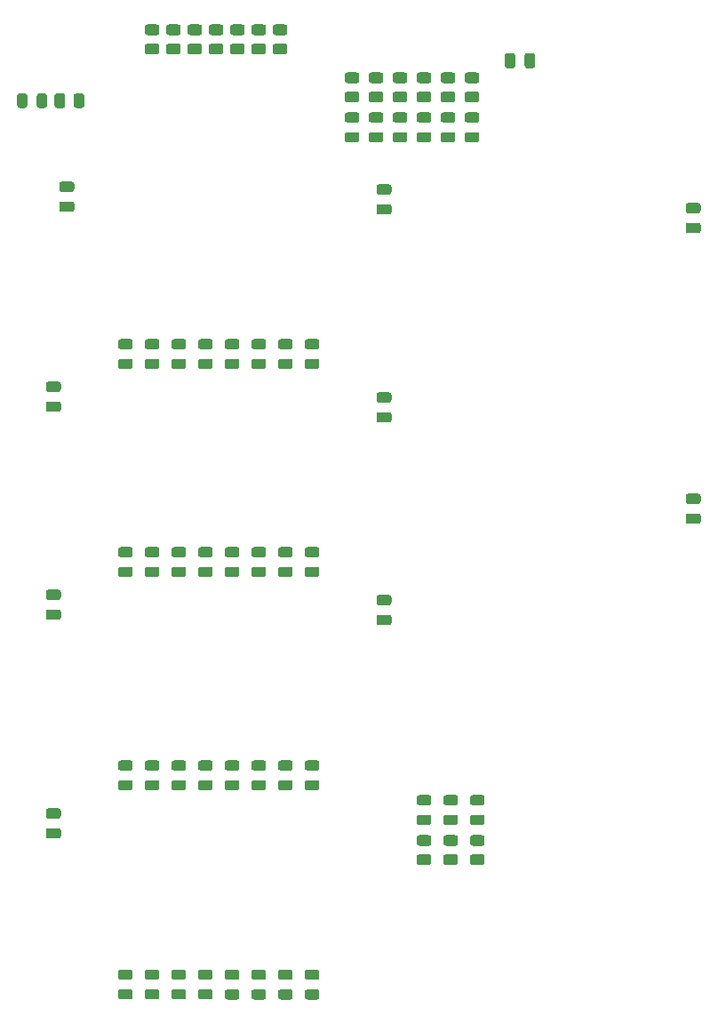
<source format=gbr>
%TF.GenerationSoftware,KiCad,Pcbnew,(5.1.10-1-10_14)*%
%TF.CreationDate,2021-07-31T09:22:51-04:00*%
%TF.ProjectId,register-smd,72656769-7374-4657-922d-736d642e6b69,rev?*%
%TF.SameCoordinates,Original*%
%TF.FileFunction,Paste,Top*%
%TF.FilePolarity,Positive*%
%FSLAX46Y46*%
G04 Gerber Fmt 4.6, Leading zero omitted, Abs format (unit mm)*
G04 Created by KiCad (PCBNEW (5.1.10-1-10_14)) date 2021-07-31 09:22:51*
%MOMM*%
%LPD*%
G01*
G04 APERTURE LIST*
G04 APERTURE END LIST*
%TO.C,R11*%
G36*
G01*
X112210001Y-90532000D02*
X111309999Y-90532000D01*
G75*
G02*
X111060000Y-90282001I0J249999D01*
G01*
X111060000Y-89756999D01*
G75*
G02*
X111309999Y-89507000I249999J0D01*
G01*
X112210001Y-89507000D01*
G75*
G02*
X112460000Y-89756999I0J-249999D01*
G01*
X112460000Y-90282001D01*
G75*
G02*
X112210001Y-90532000I-249999J0D01*
G01*
G37*
G36*
G01*
X112210001Y-92357000D02*
X111309999Y-92357000D01*
G75*
G02*
X111060000Y-92107001I0J249999D01*
G01*
X111060000Y-91581999D01*
G75*
G02*
X111309999Y-91332000I249999J0D01*
G01*
X112210001Y-91332000D01*
G75*
G02*
X112460000Y-91581999I0J-249999D01*
G01*
X112460000Y-92107001D01*
G75*
G02*
X112210001Y-92357000I-249999J0D01*
G01*
G37*
%TD*%
%TO.C,R10*%
G36*
G01*
X109924001Y-90532000D02*
X109023999Y-90532000D01*
G75*
G02*
X108774000Y-90282001I0J249999D01*
G01*
X108774000Y-89756999D01*
G75*
G02*
X109023999Y-89507000I249999J0D01*
G01*
X109924001Y-89507000D01*
G75*
G02*
X110174000Y-89756999I0J-249999D01*
G01*
X110174000Y-90282001D01*
G75*
G02*
X109924001Y-90532000I-249999J0D01*
G01*
G37*
G36*
G01*
X109924001Y-92357000D02*
X109023999Y-92357000D01*
G75*
G02*
X108774000Y-92107001I0J249999D01*
G01*
X108774000Y-91581999D01*
G75*
G02*
X109023999Y-91332000I249999J0D01*
G01*
X109924001Y-91332000D01*
G75*
G02*
X110174000Y-91581999I0J-249999D01*
G01*
X110174000Y-92107001D01*
G75*
G02*
X109924001Y-92357000I-249999J0D01*
G01*
G37*
%TD*%
%TO.C,D21*%
G36*
G01*
X111303750Y-95192000D02*
X112216250Y-95192000D01*
G75*
G02*
X112460000Y-95435750I0J-243750D01*
G01*
X112460000Y-95923250D01*
G75*
G02*
X112216250Y-96167000I-243750J0D01*
G01*
X111303750Y-96167000D01*
G75*
G02*
X111060000Y-95923250I0J243750D01*
G01*
X111060000Y-95435750D01*
G75*
G02*
X111303750Y-95192000I243750J0D01*
G01*
G37*
G36*
G01*
X111303750Y-93317000D02*
X112216250Y-93317000D01*
G75*
G02*
X112460000Y-93560750I0J-243750D01*
G01*
X112460000Y-94048250D01*
G75*
G02*
X112216250Y-94292000I-243750J0D01*
G01*
X111303750Y-94292000D01*
G75*
G02*
X111060000Y-94048250I0J243750D01*
G01*
X111060000Y-93560750D01*
G75*
G02*
X111303750Y-93317000I243750J0D01*
G01*
G37*
%TD*%
%TO.C,D20*%
G36*
G01*
X109025750Y-95192000D02*
X109938250Y-95192000D01*
G75*
G02*
X110182000Y-95435750I0J-243750D01*
G01*
X110182000Y-95923250D01*
G75*
G02*
X109938250Y-96167000I-243750J0D01*
G01*
X109025750Y-96167000D01*
G75*
G02*
X108782000Y-95923250I0J243750D01*
G01*
X108782000Y-95435750D01*
G75*
G02*
X109025750Y-95192000I243750J0D01*
G01*
G37*
G36*
G01*
X109025750Y-93317000D02*
X109938250Y-93317000D01*
G75*
G02*
X110182000Y-93560750I0J-243750D01*
G01*
X110182000Y-94048250D01*
G75*
G02*
X109938250Y-94292000I-243750J0D01*
G01*
X109025750Y-94292000D01*
G75*
G02*
X108782000Y-94048250I0J243750D01*
G01*
X108782000Y-93560750D01*
G75*
G02*
X109025750Y-93317000I243750J0D01*
G01*
G37*
%TD*%
%TO.C,D19*%
G36*
G01*
X88340250Y-115882000D02*
X87427750Y-115882000D01*
G75*
G02*
X87184000Y-115638250I0J243750D01*
G01*
X87184000Y-115150750D01*
G75*
G02*
X87427750Y-114907000I243750J0D01*
G01*
X88340250Y-114907000D01*
G75*
G02*
X88584000Y-115150750I0J-243750D01*
G01*
X88584000Y-115638250D01*
G75*
G02*
X88340250Y-115882000I-243750J0D01*
G01*
G37*
G36*
G01*
X88340250Y-117757000D02*
X87427750Y-117757000D01*
G75*
G02*
X87184000Y-117513250I0J243750D01*
G01*
X87184000Y-117025750D01*
G75*
G02*
X87427750Y-116782000I243750J0D01*
G01*
X88340250Y-116782000D01*
G75*
G02*
X88584000Y-117025750I0J-243750D01*
G01*
X88584000Y-117513250D01*
G75*
G02*
X88340250Y-117757000I-243750J0D01*
G01*
G37*
%TD*%
%TO.C,D18*%
G36*
G01*
X90880250Y-115882000D02*
X89967750Y-115882000D01*
G75*
G02*
X89724000Y-115638250I0J243750D01*
G01*
X89724000Y-115150750D01*
G75*
G02*
X89967750Y-114907000I243750J0D01*
G01*
X90880250Y-114907000D01*
G75*
G02*
X91124000Y-115150750I0J-243750D01*
G01*
X91124000Y-115638250D01*
G75*
G02*
X90880250Y-115882000I-243750J0D01*
G01*
G37*
G36*
G01*
X90880250Y-117757000D02*
X89967750Y-117757000D01*
G75*
G02*
X89724000Y-117513250I0J243750D01*
G01*
X89724000Y-117025750D01*
G75*
G02*
X89967750Y-116782000I243750J0D01*
G01*
X90880250Y-116782000D01*
G75*
G02*
X91124000Y-117025750I0J-243750D01*
G01*
X91124000Y-117513250D01*
G75*
G02*
X90880250Y-117757000I-243750J0D01*
G01*
G37*
%TD*%
%TO.C,D17*%
G36*
G01*
X93420250Y-115882000D02*
X92507750Y-115882000D01*
G75*
G02*
X92264000Y-115638250I0J243750D01*
G01*
X92264000Y-115150750D01*
G75*
G02*
X92507750Y-114907000I243750J0D01*
G01*
X93420250Y-114907000D01*
G75*
G02*
X93664000Y-115150750I0J-243750D01*
G01*
X93664000Y-115638250D01*
G75*
G02*
X93420250Y-115882000I-243750J0D01*
G01*
G37*
G36*
G01*
X93420250Y-117757000D02*
X92507750Y-117757000D01*
G75*
G02*
X92264000Y-117513250I0J243750D01*
G01*
X92264000Y-117025750D01*
G75*
G02*
X92507750Y-116782000I243750J0D01*
G01*
X93420250Y-116782000D01*
G75*
G02*
X93664000Y-117025750I0J-243750D01*
G01*
X93664000Y-117513250D01*
G75*
G02*
X93420250Y-117757000I-243750J0D01*
G01*
G37*
%TD*%
%TO.C,D16*%
G36*
G01*
X95960250Y-115882000D02*
X95047750Y-115882000D01*
G75*
G02*
X94804000Y-115638250I0J243750D01*
G01*
X94804000Y-115150750D01*
G75*
G02*
X95047750Y-114907000I243750J0D01*
G01*
X95960250Y-114907000D01*
G75*
G02*
X96204000Y-115150750I0J-243750D01*
G01*
X96204000Y-115638250D01*
G75*
G02*
X95960250Y-115882000I-243750J0D01*
G01*
G37*
G36*
G01*
X95960250Y-117757000D02*
X95047750Y-117757000D01*
G75*
G02*
X94804000Y-117513250I0J243750D01*
G01*
X94804000Y-117025750D01*
G75*
G02*
X95047750Y-116782000I243750J0D01*
G01*
X95960250Y-116782000D01*
G75*
G02*
X96204000Y-117025750I0J-243750D01*
G01*
X96204000Y-117513250D01*
G75*
G02*
X95960250Y-117757000I-243750J0D01*
G01*
G37*
%TD*%
%TO.C,D15*%
G36*
G01*
X98500250Y-115882000D02*
X97587750Y-115882000D01*
G75*
G02*
X97344000Y-115638250I0J243750D01*
G01*
X97344000Y-115150750D01*
G75*
G02*
X97587750Y-114907000I243750J0D01*
G01*
X98500250Y-114907000D01*
G75*
G02*
X98744000Y-115150750I0J-243750D01*
G01*
X98744000Y-115638250D01*
G75*
G02*
X98500250Y-115882000I-243750J0D01*
G01*
G37*
G36*
G01*
X98500250Y-117757000D02*
X97587750Y-117757000D01*
G75*
G02*
X97344000Y-117513250I0J243750D01*
G01*
X97344000Y-117025750D01*
G75*
G02*
X97587750Y-116782000I243750J0D01*
G01*
X98500250Y-116782000D01*
G75*
G02*
X98744000Y-117025750I0J-243750D01*
G01*
X98744000Y-117513250D01*
G75*
G02*
X98500250Y-117757000I-243750J0D01*
G01*
G37*
%TD*%
%TO.C,D14*%
G36*
G01*
X101040250Y-115882000D02*
X100127750Y-115882000D01*
G75*
G02*
X99884000Y-115638250I0J243750D01*
G01*
X99884000Y-115150750D01*
G75*
G02*
X100127750Y-114907000I243750J0D01*
G01*
X101040250Y-114907000D01*
G75*
G02*
X101284000Y-115150750I0J-243750D01*
G01*
X101284000Y-115638250D01*
G75*
G02*
X101040250Y-115882000I-243750J0D01*
G01*
G37*
G36*
G01*
X101040250Y-117757000D02*
X100127750Y-117757000D01*
G75*
G02*
X99884000Y-117513250I0J243750D01*
G01*
X99884000Y-117025750D01*
G75*
G02*
X100127750Y-116782000I243750J0D01*
G01*
X101040250Y-116782000D01*
G75*
G02*
X101284000Y-117025750I0J-243750D01*
G01*
X101284000Y-117513250D01*
G75*
G02*
X101040250Y-117757000I-243750J0D01*
G01*
G37*
%TD*%
%TO.C,D13*%
G36*
G01*
X103580250Y-115882000D02*
X102667750Y-115882000D01*
G75*
G02*
X102424000Y-115638250I0J243750D01*
G01*
X102424000Y-115150750D01*
G75*
G02*
X102667750Y-114907000I243750J0D01*
G01*
X103580250Y-114907000D01*
G75*
G02*
X103824000Y-115150750I0J-243750D01*
G01*
X103824000Y-115638250D01*
G75*
G02*
X103580250Y-115882000I-243750J0D01*
G01*
G37*
G36*
G01*
X103580250Y-117757000D02*
X102667750Y-117757000D01*
G75*
G02*
X102424000Y-117513250I0J243750D01*
G01*
X102424000Y-117025750D01*
G75*
G02*
X102667750Y-116782000I243750J0D01*
G01*
X103580250Y-116782000D01*
G75*
G02*
X103824000Y-117025750I0J-243750D01*
G01*
X103824000Y-117513250D01*
G75*
G02*
X103580250Y-117757000I-243750J0D01*
G01*
G37*
%TD*%
%TO.C,D12*%
G36*
G01*
X106120250Y-115882000D02*
X105207750Y-115882000D01*
G75*
G02*
X104964000Y-115638250I0J243750D01*
G01*
X104964000Y-115150750D01*
G75*
G02*
X105207750Y-114907000I243750J0D01*
G01*
X106120250Y-114907000D01*
G75*
G02*
X106364000Y-115150750I0J-243750D01*
G01*
X106364000Y-115638250D01*
G75*
G02*
X106120250Y-115882000I-243750J0D01*
G01*
G37*
G36*
G01*
X106120250Y-117757000D02*
X105207750Y-117757000D01*
G75*
G02*
X104964000Y-117513250I0J243750D01*
G01*
X104964000Y-117025750D01*
G75*
G02*
X105207750Y-116782000I243750J0D01*
G01*
X106120250Y-116782000D01*
G75*
G02*
X106364000Y-117025750I0J-243750D01*
G01*
X106364000Y-117513250D01*
G75*
G02*
X106120250Y-117757000I-243750J0D01*
G01*
G37*
%TD*%
%TO.C,R14*%
G36*
G01*
X116782001Y-90532000D02*
X115881999Y-90532000D01*
G75*
G02*
X115632000Y-90282001I0J249999D01*
G01*
X115632000Y-89756999D01*
G75*
G02*
X115881999Y-89507000I249999J0D01*
G01*
X116782001Y-89507000D01*
G75*
G02*
X117032000Y-89756999I0J-249999D01*
G01*
X117032000Y-90282001D01*
G75*
G02*
X116782001Y-90532000I-249999J0D01*
G01*
G37*
G36*
G01*
X116782001Y-92357000D02*
X115881999Y-92357000D01*
G75*
G02*
X115632000Y-92107001I0J249999D01*
G01*
X115632000Y-91581999D01*
G75*
G02*
X115881999Y-91332000I249999J0D01*
G01*
X116782001Y-91332000D01*
G75*
G02*
X117032000Y-91581999I0J-249999D01*
G01*
X117032000Y-92107001D01*
G75*
G02*
X116782001Y-92357000I-249999J0D01*
G01*
G37*
%TD*%
%TO.C,R13*%
G36*
G01*
X114496001Y-90532000D02*
X113595999Y-90532000D01*
G75*
G02*
X113346000Y-90282001I0J249999D01*
G01*
X113346000Y-89756999D01*
G75*
G02*
X113595999Y-89507000I249999J0D01*
G01*
X114496001Y-89507000D01*
G75*
G02*
X114746000Y-89756999I0J-249999D01*
G01*
X114746000Y-90282001D01*
G75*
G02*
X114496001Y-90532000I-249999J0D01*
G01*
G37*
G36*
G01*
X114496001Y-92357000D02*
X113595999Y-92357000D01*
G75*
G02*
X113346000Y-92107001I0J249999D01*
G01*
X113346000Y-91581999D01*
G75*
G02*
X113595999Y-91332000I249999J0D01*
G01*
X114496001Y-91332000D01*
G75*
G02*
X114746000Y-91581999I0J-249999D01*
G01*
X114746000Y-92107001D01*
G75*
G02*
X114496001Y-92357000I-249999J0D01*
G01*
G37*
%TD*%
%TO.C,D31*%
G36*
G01*
X115875750Y-95192000D02*
X116788250Y-95192000D01*
G75*
G02*
X117032000Y-95435750I0J-243750D01*
G01*
X117032000Y-95923250D01*
G75*
G02*
X116788250Y-96167000I-243750J0D01*
G01*
X115875750Y-96167000D01*
G75*
G02*
X115632000Y-95923250I0J243750D01*
G01*
X115632000Y-95435750D01*
G75*
G02*
X115875750Y-95192000I243750J0D01*
G01*
G37*
G36*
G01*
X115875750Y-93317000D02*
X116788250Y-93317000D01*
G75*
G02*
X117032000Y-93560750I0J-243750D01*
G01*
X117032000Y-94048250D01*
G75*
G02*
X116788250Y-94292000I-243750J0D01*
G01*
X115875750Y-94292000D01*
G75*
G02*
X115632000Y-94048250I0J243750D01*
G01*
X115632000Y-93560750D01*
G75*
G02*
X115875750Y-93317000I243750J0D01*
G01*
G37*
%TD*%
%TO.C,D30*%
G36*
G01*
X113589750Y-95192000D02*
X114502250Y-95192000D01*
G75*
G02*
X114746000Y-95435750I0J-243750D01*
G01*
X114746000Y-95923250D01*
G75*
G02*
X114502250Y-96167000I-243750J0D01*
G01*
X113589750Y-96167000D01*
G75*
G02*
X113346000Y-95923250I0J243750D01*
G01*
X113346000Y-95435750D01*
G75*
G02*
X113589750Y-95192000I243750J0D01*
G01*
G37*
G36*
G01*
X113589750Y-93317000D02*
X114502250Y-93317000D01*
G75*
G02*
X114746000Y-93560750I0J-243750D01*
G01*
X114746000Y-94048250D01*
G75*
G02*
X114502250Y-94292000I-243750J0D01*
G01*
X113589750Y-94292000D01*
G75*
G02*
X113346000Y-94048250I0J243750D01*
G01*
X113346000Y-93560750D01*
G75*
G02*
X113589750Y-93317000I243750J0D01*
G01*
G37*
%TD*%
%TO.C,D29*%
G36*
G01*
X88340250Y-135694000D02*
X87427750Y-135694000D01*
G75*
G02*
X87184000Y-135450250I0J243750D01*
G01*
X87184000Y-134962750D01*
G75*
G02*
X87427750Y-134719000I243750J0D01*
G01*
X88340250Y-134719000D01*
G75*
G02*
X88584000Y-134962750I0J-243750D01*
G01*
X88584000Y-135450250D01*
G75*
G02*
X88340250Y-135694000I-243750J0D01*
G01*
G37*
G36*
G01*
X88340250Y-137569000D02*
X87427750Y-137569000D01*
G75*
G02*
X87184000Y-137325250I0J243750D01*
G01*
X87184000Y-136837750D01*
G75*
G02*
X87427750Y-136594000I243750J0D01*
G01*
X88340250Y-136594000D01*
G75*
G02*
X88584000Y-136837750I0J-243750D01*
G01*
X88584000Y-137325250D01*
G75*
G02*
X88340250Y-137569000I-243750J0D01*
G01*
G37*
%TD*%
%TO.C,D28*%
G36*
G01*
X90880250Y-135694000D02*
X89967750Y-135694000D01*
G75*
G02*
X89724000Y-135450250I0J243750D01*
G01*
X89724000Y-134962750D01*
G75*
G02*
X89967750Y-134719000I243750J0D01*
G01*
X90880250Y-134719000D01*
G75*
G02*
X91124000Y-134962750I0J-243750D01*
G01*
X91124000Y-135450250D01*
G75*
G02*
X90880250Y-135694000I-243750J0D01*
G01*
G37*
G36*
G01*
X90880250Y-137569000D02*
X89967750Y-137569000D01*
G75*
G02*
X89724000Y-137325250I0J243750D01*
G01*
X89724000Y-136837750D01*
G75*
G02*
X89967750Y-136594000I243750J0D01*
G01*
X90880250Y-136594000D01*
G75*
G02*
X91124000Y-136837750I0J-243750D01*
G01*
X91124000Y-137325250D01*
G75*
G02*
X90880250Y-137569000I-243750J0D01*
G01*
G37*
%TD*%
%TO.C,D27*%
G36*
G01*
X93420250Y-135694000D02*
X92507750Y-135694000D01*
G75*
G02*
X92264000Y-135450250I0J243750D01*
G01*
X92264000Y-134962750D01*
G75*
G02*
X92507750Y-134719000I243750J0D01*
G01*
X93420250Y-134719000D01*
G75*
G02*
X93664000Y-134962750I0J-243750D01*
G01*
X93664000Y-135450250D01*
G75*
G02*
X93420250Y-135694000I-243750J0D01*
G01*
G37*
G36*
G01*
X93420250Y-137569000D02*
X92507750Y-137569000D01*
G75*
G02*
X92264000Y-137325250I0J243750D01*
G01*
X92264000Y-136837750D01*
G75*
G02*
X92507750Y-136594000I243750J0D01*
G01*
X93420250Y-136594000D01*
G75*
G02*
X93664000Y-136837750I0J-243750D01*
G01*
X93664000Y-137325250D01*
G75*
G02*
X93420250Y-137569000I-243750J0D01*
G01*
G37*
%TD*%
%TO.C,D26*%
G36*
G01*
X95960250Y-135694000D02*
X95047750Y-135694000D01*
G75*
G02*
X94804000Y-135450250I0J243750D01*
G01*
X94804000Y-134962750D01*
G75*
G02*
X95047750Y-134719000I243750J0D01*
G01*
X95960250Y-134719000D01*
G75*
G02*
X96204000Y-134962750I0J-243750D01*
G01*
X96204000Y-135450250D01*
G75*
G02*
X95960250Y-135694000I-243750J0D01*
G01*
G37*
G36*
G01*
X95960250Y-137569000D02*
X95047750Y-137569000D01*
G75*
G02*
X94804000Y-137325250I0J243750D01*
G01*
X94804000Y-136837750D01*
G75*
G02*
X95047750Y-136594000I243750J0D01*
G01*
X95960250Y-136594000D01*
G75*
G02*
X96204000Y-136837750I0J-243750D01*
G01*
X96204000Y-137325250D01*
G75*
G02*
X95960250Y-137569000I-243750J0D01*
G01*
G37*
%TD*%
%TO.C,D25*%
G36*
G01*
X98500250Y-135694000D02*
X97587750Y-135694000D01*
G75*
G02*
X97344000Y-135450250I0J243750D01*
G01*
X97344000Y-134962750D01*
G75*
G02*
X97587750Y-134719000I243750J0D01*
G01*
X98500250Y-134719000D01*
G75*
G02*
X98744000Y-134962750I0J-243750D01*
G01*
X98744000Y-135450250D01*
G75*
G02*
X98500250Y-135694000I-243750J0D01*
G01*
G37*
G36*
G01*
X98500250Y-137569000D02*
X97587750Y-137569000D01*
G75*
G02*
X97344000Y-137325250I0J243750D01*
G01*
X97344000Y-136837750D01*
G75*
G02*
X97587750Y-136594000I243750J0D01*
G01*
X98500250Y-136594000D01*
G75*
G02*
X98744000Y-136837750I0J-243750D01*
G01*
X98744000Y-137325250D01*
G75*
G02*
X98500250Y-137569000I-243750J0D01*
G01*
G37*
%TD*%
%TO.C,D24*%
G36*
G01*
X101040250Y-135694000D02*
X100127750Y-135694000D01*
G75*
G02*
X99884000Y-135450250I0J243750D01*
G01*
X99884000Y-134962750D01*
G75*
G02*
X100127750Y-134719000I243750J0D01*
G01*
X101040250Y-134719000D01*
G75*
G02*
X101284000Y-134962750I0J-243750D01*
G01*
X101284000Y-135450250D01*
G75*
G02*
X101040250Y-135694000I-243750J0D01*
G01*
G37*
G36*
G01*
X101040250Y-137569000D02*
X100127750Y-137569000D01*
G75*
G02*
X99884000Y-137325250I0J243750D01*
G01*
X99884000Y-136837750D01*
G75*
G02*
X100127750Y-136594000I243750J0D01*
G01*
X101040250Y-136594000D01*
G75*
G02*
X101284000Y-136837750I0J-243750D01*
G01*
X101284000Y-137325250D01*
G75*
G02*
X101040250Y-137569000I-243750J0D01*
G01*
G37*
%TD*%
%TO.C,D23*%
G36*
G01*
X103580250Y-135694000D02*
X102667750Y-135694000D01*
G75*
G02*
X102424000Y-135450250I0J243750D01*
G01*
X102424000Y-134962750D01*
G75*
G02*
X102667750Y-134719000I243750J0D01*
G01*
X103580250Y-134719000D01*
G75*
G02*
X103824000Y-134962750I0J-243750D01*
G01*
X103824000Y-135450250D01*
G75*
G02*
X103580250Y-135694000I-243750J0D01*
G01*
G37*
G36*
G01*
X103580250Y-137569000D02*
X102667750Y-137569000D01*
G75*
G02*
X102424000Y-137325250I0J243750D01*
G01*
X102424000Y-136837750D01*
G75*
G02*
X102667750Y-136594000I243750J0D01*
G01*
X103580250Y-136594000D01*
G75*
G02*
X103824000Y-136837750I0J-243750D01*
G01*
X103824000Y-137325250D01*
G75*
G02*
X103580250Y-137569000I-243750J0D01*
G01*
G37*
%TD*%
%TO.C,D22*%
G36*
G01*
X106120250Y-135694000D02*
X105207750Y-135694000D01*
G75*
G02*
X104964000Y-135450250I0J243750D01*
G01*
X104964000Y-134962750D01*
G75*
G02*
X105207750Y-134719000I243750J0D01*
G01*
X106120250Y-134719000D01*
G75*
G02*
X106364000Y-134962750I0J-243750D01*
G01*
X106364000Y-135450250D01*
G75*
G02*
X106120250Y-135694000I-243750J0D01*
G01*
G37*
G36*
G01*
X106120250Y-137569000D02*
X105207750Y-137569000D01*
G75*
G02*
X104964000Y-137325250I0J243750D01*
G01*
X104964000Y-136837750D01*
G75*
G02*
X105207750Y-136594000I243750J0D01*
G01*
X106120250Y-136594000D01*
G75*
G02*
X106364000Y-136837750I0J-243750D01*
G01*
X106364000Y-137325250D01*
G75*
G02*
X106120250Y-137569000I-243750J0D01*
G01*
G37*
%TD*%
%TO.C,R17*%
G36*
G01*
X81125000Y-92652001D02*
X81125000Y-91751999D01*
G75*
G02*
X81374999Y-91502000I249999J0D01*
G01*
X81900001Y-91502000D01*
G75*
G02*
X82150000Y-91751999I0J-249999D01*
G01*
X82150000Y-92652001D01*
G75*
G02*
X81900001Y-92902000I-249999J0D01*
G01*
X81374999Y-92902000D01*
G75*
G02*
X81125000Y-92652001I0J249999D01*
G01*
G37*
G36*
G01*
X82950000Y-92652001D02*
X82950000Y-91751999D01*
G75*
G02*
X83199999Y-91502000I249999J0D01*
G01*
X83725001Y-91502000D01*
G75*
G02*
X83975000Y-91751999I0J-249999D01*
G01*
X83975000Y-92652001D01*
G75*
G02*
X83725001Y-92902000I-249999J0D01*
G01*
X83199999Y-92902000D01*
G75*
G02*
X82950000Y-92652001I0J249999D01*
G01*
G37*
%TD*%
%TO.C,R16*%
G36*
G01*
X121354001Y-90532000D02*
X120453999Y-90532000D01*
G75*
G02*
X120204000Y-90282001I0J249999D01*
G01*
X120204000Y-89756999D01*
G75*
G02*
X120453999Y-89507000I249999J0D01*
G01*
X121354001Y-89507000D01*
G75*
G02*
X121604000Y-89756999I0J-249999D01*
G01*
X121604000Y-90282001D01*
G75*
G02*
X121354001Y-90532000I-249999J0D01*
G01*
G37*
G36*
G01*
X121354001Y-92357000D02*
X120453999Y-92357000D01*
G75*
G02*
X120204000Y-92107001I0J249999D01*
G01*
X120204000Y-91581999D01*
G75*
G02*
X120453999Y-91332000I249999J0D01*
G01*
X121354001Y-91332000D01*
G75*
G02*
X121604000Y-91581999I0J-249999D01*
G01*
X121604000Y-92107001D01*
G75*
G02*
X121354001Y-92357000I-249999J0D01*
G01*
G37*
%TD*%
%TO.C,R15*%
G36*
G01*
X119068001Y-90532000D02*
X118167999Y-90532000D01*
G75*
G02*
X117918000Y-90282001I0J249999D01*
G01*
X117918000Y-89756999D01*
G75*
G02*
X118167999Y-89507000I249999J0D01*
G01*
X119068001Y-89507000D01*
G75*
G02*
X119318000Y-89756999I0J-249999D01*
G01*
X119318000Y-90282001D01*
G75*
G02*
X119068001Y-90532000I-249999J0D01*
G01*
G37*
G36*
G01*
X119068001Y-92357000D02*
X118167999Y-92357000D01*
G75*
G02*
X117918000Y-92107001I0J249999D01*
G01*
X117918000Y-91581999D01*
G75*
G02*
X118167999Y-91332000I249999J0D01*
G01*
X119068001Y-91332000D01*
G75*
G02*
X119318000Y-91581999I0J-249999D01*
G01*
X119318000Y-92107001D01*
G75*
G02*
X119068001Y-92357000I-249999J0D01*
G01*
G37*
%TD*%
%TO.C,D42*%
G36*
G01*
X80419000Y-91745750D02*
X80419000Y-92658250D01*
G75*
G02*
X80175250Y-92902000I-243750J0D01*
G01*
X79687750Y-92902000D01*
G75*
G02*
X79444000Y-92658250I0J243750D01*
G01*
X79444000Y-91745750D01*
G75*
G02*
X79687750Y-91502000I243750J0D01*
G01*
X80175250Y-91502000D01*
G75*
G02*
X80419000Y-91745750I0J-243750D01*
G01*
G37*
G36*
G01*
X78544000Y-91745750D02*
X78544000Y-92658250D01*
G75*
G02*
X78300250Y-92902000I-243750J0D01*
G01*
X77812750Y-92902000D01*
G75*
G02*
X77569000Y-92658250I0J243750D01*
G01*
X77569000Y-91745750D01*
G75*
G02*
X77812750Y-91502000I243750J0D01*
G01*
X78300250Y-91502000D01*
G75*
G02*
X78544000Y-91745750I0J-243750D01*
G01*
G37*
%TD*%
%TO.C,D41*%
G36*
G01*
X120447750Y-95192000D02*
X121360250Y-95192000D01*
G75*
G02*
X121604000Y-95435750I0J-243750D01*
G01*
X121604000Y-95923250D01*
G75*
G02*
X121360250Y-96167000I-243750J0D01*
G01*
X120447750Y-96167000D01*
G75*
G02*
X120204000Y-95923250I0J243750D01*
G01*
X120204000Y-95435750D01*
G75*
G02*
X120447750Y-95192000I243750J0D01*
G01*
G37*
G36*
G01*
X120447750Y-93317000D02*
X121360250Y-93317000D01*
G75*
G02*
X121604000Y-93560750I0J-243750D01*
G01*
X121604000Y-94048250D01*
G75*
G02*
X121360250Y-94292000I-243750J0D01*
G01*
X120447750Y-94292000D01*
G75*
G02*
X120204000Y-94048250I0J243750D01*
G01*
X120204000Y-93560750D01*
G75*
G02*
X120447750Y-93317000I243750J0D01*
G01*
G37*
%TD*%
%TO.C,D40*%
G36*
G01*
X118161750Y-95192000D02*
X119074250Y-95192000D01*
G75*
G02*
X119318000Y-95435750I0J-243750D01*
G01*
X119318000Y-95923250D01*
G75*
G02*
X119074250Y-96167000I-243750J0D01*
G01*
X118161750Y-96167000D01*
G75*
G02*
X117918000Y-95923250I0J243750D01*
G01*
X117918000Y-95435750D01*
G75*
G02*
X118161750Y-95192000I243750J0D01*
G01*
G37*
G36*
G01*
X118161750Y-93317000D02*
X119074250Y-93317000D01*
G75*
G02*
X119318000Y-93560750I0J-243750D01*
G01*
X119318000Y-94048250D01*
G75*
G02*
X119074250Y-94292000I-243750J0D01*
G01*
X118161750Y-94292000D01*
G75*
G02*
X117918000Y-94048250I0J243750D01*
G01*
X117918000Y-93560750D01*
G75*
G02*
X118161750Y-93317000I243750J0D01*
G01*
G37*
%TD*%
%TO.C,D39*%
G36*
G01*
X88340250Y-156014000D02*
X87427750Y-156014000D01*
G75*
G02*
X87184000Y-155770250I0J243750D01*
G01*
X87184000Y-155282750D01*
G75*
G02*
X87427750Y-155039000I243750J0D01*
G01*
X88340250Y-155039000D01*
G75*
G02*
X88584000Y-155282750I0J-243750D01*
G01*
X88584000Y-155770250D01*
G75*
G02*
X88340250Y-156014000I-243750J0D01*
G01*
G37*
G36*
G01*
X88340250Y-157889000D02*
X87427750Y-157889000D01*
G75*
G02*
X87184000Y-157645250I0J243750D01*
G01*
X87184000Y-157157750D01*
G75*
G02*
X87427750Y-156914000I243750J0D01*
G01*
X88340250Y-156914000D01*
G75*
G02*
X88584000Y-157157750I0J-243750D01*
G01*
X88584000Y-157645250D01*
G75*
G02*
X88340250Y-157889000I-243750J0D01*
G01*
G37*
%TD*%
%TO.C,D38*%
G36*
G01*
X90880250Y-156014000D02*
X89967750Y-156014000D01*
G75*
G02*
X89724000Y-155770250I0J243750D01*
G01*
X89724000Y-155282750D01*
G75*
G02*
X89967750Y-155039000I243750J0D01*
G01*
X90880250Y-155039000D01*
G75*
G02*
X91124000Y-155282750I0J-243750D01*
G01*
X91124000Y-155770250D01*
G75*
G02*
X90880250Y-156014000I-243750J0D01*
G01*
G37*
G36*
G01*
X90880250Y-157889000D02*
X89967750Y-157889000D01*
G75*
G02*
X89724000Y-157645250I0J243750D01*
G01*
X89724000Y-157157750D01*
G75*
G02*
X89967750Y-156914000I243750J0D01*
G01*
X90880250Y-156914000D01*
G75*
G02*
X91124000Y-157157750I0J-243750D01*
G01*
X91124000Y-157645250D01*
G75*
G02*
X90880250Y-157889000I-243750J0D01*
G01*
G37*
%TD*%
%TO.C,D37*%
G36*
G01*
X93420250Y-156014000D02*
X92507750Y-156014000D01*
G75*
G02*
X92264000Y-155770250I0J243750D01*
G01*
X92264000Y-155282750D01*
G75*
G02*
X92507750Y-155039000I243750J0D01*
G01*
X93420250Y-155039000D01*
G75*
G02*
X93664000Y-155282750I0J-243750D01*
G01*
X93664000Y-155770250D01*
G75*
G02*
X93420250Y-156014000I-243750J0D01*
G01*
G37*
G36*
G01*
X93420250Y-157889000D02*
X92507750Y-157889000D01*
G75*
G02*
X92264000Y-157645250I0J243750D01*
G01*
X92264000Y-157157750D01*
G75*
G02*
X92507750Y-156914000I243750J0D01*
G01*
X93420250Y-156914000D01*
G75*
G02*
X93664000Y-157157750I0J-243750D01*
G01*
X93664000Y-157645250D01*
G75*
G02*
X93420250Y-157889000I-243750J0D01*
G01*
G37*
%TD*%
%TO.C,D36*%
G36*
G01*
X95960250Y-156014000D02*
X95047750Y-156014000D01*
G75*
G02*
X94804000Y-155770250I0J243750D01*
G01*
X94804000Y-155282750D01*
G75*
G02*
X95047750Y-155039000I243750J0D01*
G01*
X95960250Y-155039000D01*
G75*
G02*
X96204000Y-155282750I0J-243750D01*
G01*
X96204000Y-155770250D01*
G75*
G02*
X95960250Y-156014000I-243750J0D01*
G01*
G37*
G36*
G01*
X95960250Y-157889000D02*
X95047750Y-157889000D01*
G75*
G02*
X94804000Y-157645250I0J243750D01*
G01*
X94804000Y-157157750D01*
G75*
G02*
X95047750Y-156914000I243750J0D01*
G01*
X95960250Y-156914000D01*
G75*
G02*
X96204000Y-157157750I0J-243750D01*
G01*
X96204000Y-157645250D01*
G75*
G02*
X95960250Y-157889000I-243750J0D01*
G01*
G37*
%TD*%
%TO.C,D35*%
G36*
G01*
X98500250Y-156014000D02*
X97587750Y-156014000D01*
G75*
G02*
X97344000Y-155770250I0J243750D01*
G01*
X97344000Y-155282750D01*
G75*
G02*
X97587750Y-155039000I243750J0D01*
G01*
X98500250Y-155039000D01*
G75*
G02*
X98744000Y-155282750I0J-243750D01*
G01*
X98744000Y-155770250D01*
G75*
G02*
X98500250Y-156014000I-243750J0D01*
G01*
G37*
G36*
G01*
X98500250Y-157889000D02*
X97587750Y-157889000D01*
G75*
G02*
X97344000Y-157645250I0J243750D01*
G01*
X97344000Y-157157750D01*
G75*
G02*
X97587750Y-156914000I243750J0D01*
G01*
X98500250Y-156914000D01*
G75*
G02*
X98744000Y-157157750I0J-243750D01*
G01*
X98744000Y-157645250D01*
G75*
G02*
X98500250Y-157889000I-243750J0D01*
G01*
G37*
%TD*%
%TO.C,D34*%
G36*
G01*
X101040250Y-156014000D02*
X100127750Y-156014000D01*
G75*
G02*
X99884000Y-155770250I0J243750D01*
G01*
X99884000Y-155282750D01*
G75*
G02*
X100127750Y-155039000I243750J0D01*
G01*
X101040250Y-155039000D01*
G75*
G02*
X101284000Y-155282750I0J-243750D01*
G01*
X101284000Y-155770250D01*
G75*
G02*
X101040250Y-156014000I-243750J0D01*
G01*
G37*
G36*
G01*
X101040250Y-157889000D02*
X100127750Y-157889000D01*
G75*
G02*
X99884000Y-157645250I0J243750D01*
G01*
X99884000Y-157157750D01*
G75*
G02*
X100127750Y-156914000I243750J0D01*
G01*
X101040250Y-156914000D01*
G75*
G02*
X101284000Y-157157750I0J-243750D01*
G01*
X101284000Y-157645250D01*
G75*
G02*
X101040250Y-157889000I-243750J0D01*
G01*
G37*
%TD*%
%TO.C,D33*%
G36*
G01*
X103580250Y-156014000D02*
X102667750Y-156014000D01*
G75*
G02*
X102424000Y-155770250I0J243750D01*
G01*
X102424000Y-155282750D01*
G75*
G02*
X102667750Y-155039000I243750J0D01*
G01*
X103580250Y-155039000D01*
G75*
G02*
X103824000Y-155282750I0J-243750D01*
G01*
X103824000Y-155770250D01*
G75*
G02*
X103580250Y-156014000I-243750J0D01*
G01*
G37*
G36*
G01*
X103580250Y-157889000D02*
X102667750Y-157889000D01*
G75*
G02*
X102424000Y-157645250I0J243750D01*
G01*
X102424000Y-157157750D01*
G75*
G02*
X102667750Y-156914000I243750J0D01*
G01*
X103580250Y-156914000D01*
G75*
G02*
X103824000Y-157157750I0J-243750D01*
G01*
X103824000Y-157645250D01*
G75*
G02*
X103580250Y-157889000I-243750J0D01*
G01*
G37*
%TD*%
%TO.C,D32*%
G36*
G01*
X106120250Y-156014000D02*
X105207750Y-156014000D01*
G75*
G02*
X104964000Y-155770250I0J243750D01*
G01*
X104964000Y-155282750D01*
G75*
G02*
X105207750Y-155039000I243750J0D01*
G01*
X106120250Y-155039000D01*
G75*
G02*
X106364000Y-155282750I0J-243750D01*
G01*
X106364000Y-155770250D01*
G75*
G02*
X106120250Y-156014000I-243750J0D01*
G01*
G37*
G36*
G01*
X106120250Y-157889000D02*
X105207750Y-157889000D01*
G75*
G02*
X104964000Y-157645250I0J243750D01*
G01*
X104964000Y-157157750D01*
G75*
G02*
X105207750Y-156914000I243750J0D01*
G01*
X106120250Y-156914000D01*
G75*
G02*
X106364000Y-157157750I0J-243750D01*
G01*
X106364000Y-157645250D01*
G75*
G02*
X106120250Y-157889000I-243750J0D01*
G01*
G37*
%TD*%
%TO.C,R9*%
G36*
G01*
X115881999Y-163976000D02*
X116782001Y-163976000D01*
G75*
G02*
X117032000Y-164225999I0J-249999D01*
G01*
X117032000Y-164751001D01*
G75*
G02*
X116782001Y-165001000I-249999J0D01*
G01*
X115881999Y-165001000D01*
G75*
G02*
X115632000Y-164751001I0J249999D01*
G01*
X115632000Y-164225999D01*
G75*
G02*
X115881999Y-163976000I249999J0D01*
G01*
G37*
G36*
G01*
X115881999Y-162151000D02*
X116782001Y-162151000D01*
G75*
G02*
X117032000Y-162400999I0J-249999D01*
G01*
X117032000Y-162926001D01*
G75*
G02*
X116782001Y-163176000I-249999J0D01*
G01*
X115881999Y-163176000D01*
G75*
G02*
X115632000Y-162926001I0J249999D01*
G01*
X115632000Y-162400999D01*
G75*
G02*
X115881999Y-162151000I249999J0D01*
G01*
G37*
%TD*%
%TO.C,R8*%
G36*
G01*
X120961999Y-163976000D02*
X121862001Y-163976000D01*
G75*
G02*
X122112000Y-164225999I0J-249999D01*
G01*
X122112000Y-164751001D01*
G75*
G02*
X121862001Y-165001000I-249999J0D01*
G01*
X120961999Y-165001000D01*
G75*
G02*
X120712000Y-164751001I0J249999D01*
G01*
X120712000Y-164225999D01*
G75*
G02*
X120961999Y-163976000I249999J0D01*
G01*
G37*
G36*
G01*
X120961999Y-162151000D02*
X121862001Y-162151000D01*
G75*
G02*
X122112000Y-162400999I0J-249999D01*
G01*
X122112000Y-162926001D01*
G75*
G02*
X121862001Y-163176000I-249999J0D01*
G01*
X120961999Y-163176000D01*
G75*
G02*
X120712000Y-162926001I0J249999D01*
G01*
X120712000Y-162400999D01*
G75*
G02*
X120961999Y-162151000I249999J0D01*
G01*
G37*
%TD*%
%TO.C,R7*%
G36*
G01*
X118421999Y-163976000D02*
X119322001Y-163976000D01*
G75*
G02*
X119572000Y-164225999I0J-249999D01*
G01*
X119572000Y-164751001D01*
G75*
G02*
X119322001Y-165001000I-249999J0D01*
G01*
X118421999Y-165001000D01*
G75*
G02*
X118172000Y-164751001I0J249999D01*
G01*
X118172000Y-164225999D01*
G75*
G02*
X118421999Y-163976000I249999J0D01*
G01*
G37*
G36*
G01*
X118421999Y-162151000D02*
X119322001Y-162151000D01*
G75*
G02*
X119572000Y-162400999I0J-249999D01*
G01*
X119572000Y-162926001D01*
G75*
G02*
X119322001Y-163176000I-249999J0D01*
G01*
X118421999Y-163176000D01*
G75*
G02*
X118172000Y-162926001I0J249999D01*
G01*
X118172000Y-162400999D01*
G75*
G02*
X118421999Y-162151000I249999J0D01*
G01*
G37*
%TD*%
%TO.C,D11*%
G36*
G01*
X116788250Y-159316000D02*
X115875750Y-159316000D01*
G75*
G02*
X115632000Y-159072250I0J243750D01*
G01*
X115632000Y-158584750D01*
G75*
G02*
X115875750Y-158341000I243750J0D01*
G01*
X116788250Y-158341000D01*
G75*
G02*
X117032000Y-158584750I0J-243750D01*
G01*
X117032000Y-159072250D01*
G75*
G02*
X116788250Y-159316000I-243750J0D01*
G01*
G37*
G36*
G01*
X116788250Y-161191000D02*
X115875750Y-161191000D01*
G75*
G02*
X115632000Y-160947250I0J243750D01*
G01*
X115632000Y-160459750D01*
G75*
G02*
X115875750Y-160216000I243750J0D01*
G01*
X116788250Y-160216000D01*
G75*
G02*
X117032000Y-160459750I0J-243750D01*
G01*
X117032000Y-160947250D01*
G75*
G02*
X116788250Y-161191000I-243750J0D01*
G01*
G37*
%TD*%
%TO.C,D10*%
G36*
G01*
X121868250Y-159316000D02*
X120955750Y-159316000D01*
G75*
G02*
X120712000Y-159072250I0J243750D01*
G01*
X120712000Y-158584750D01*
G75*
G02*
X120955750Y-158341000I243750J0D01*
G01*
X121868250Y-158341000D01*
G75*
G02*
X122112000Y-158584750I0J-243750D01*
G01*
X122112000Y-159072250D01*
G75*
G02*
X121868250Y-159316000I-243750J0D01*
G01*
G37*
G36*
G01*
X121868250Y-161191000D02*
X120955750Y-161191000D01*
G75*
G02*
X120712000Y-160947250I0J243750D01*
G01*
X120712000Y-160459750D01*
G75*
G02*
X120955750Y-160216000I243750J0D01*
G01*
X121868250Y-160216000D01*
G75*
G02*
X122112000Y-160459750I0J-243750D01*
G01*
X122112000Y-160947250D01*
G75*
G02*
X121868250Y-161191000I-243750J0D01*
G01*
G37*
%TD*%
%TO.C,D9*%
G36*
G01*
X119328250Y-159316000D02*
X118415750Y-159316000D01*
G75*
G02*
X118172000Y-159072250I0J243750D01*
G01*
X118172000Y-158584750D01*
G75*
G02*
X118415750Y-158341000I243750J0D01*
G01*
X119328250Y-158341000D01*
G75*
G02*
X119572000Y-158584750I0J-243750D01*
G01*
X119572000Y-159072250D01*
G75*
G02*
X119328250Y-159316000I-243750J0D01*
G01*
G37*
G36*
G01*
X119328250Y-161191000D02*
X118415750Y-161191000D01*
G75*
G02*
X118172000Y-160947250I0J243750D01*
G01*
X118172000Y-160459750D01*
G75*
G02*
X118415750Y-160216000I243750J0D01*
G01*
X119328250Y-160216000D01*
G75*
G02*
X119572000Y-160459750I0J-243750D01*
G01*
X119572000Y-160947250D01*
G75*
G02*
X119328250Y-161191000I-243750J0D01*
G01*
G37*
%TD*%
%TO.C,D8*%
G36*
G01*
X88340250Y-175938000D02*
X87427750Y-175938000D01*
G75*
G02*
X87184000Y-175694250I0J243750D01*
G01*
X87184000Y-175206750D01*
G75*
G02*
X87427750Y-174963000I243750J0D01*
G01*
X88340250Y-174963000D01*
G75*
G02*
X88584000Y-175206750I0J-243750D01*
G01*
X88584000Y-175694250D01*
G75*
G02*
X88340250Y-175938000I-243750J0D01*
G01*
G37*
G36*
G01*
X88340250Y-177813000D02*
X87427750Y-177813000D01*
G75*
G02*
X87184000Y-177569250I0J243750D01*
G01*
X87184000Y-177081750D01*
G75*
G02*
X87427750Y-176838000I243750J0D01*
G01*
X88340250Y-176838000D01*
G75*
G02*
X88584000Y-177081750I0J-243750D01*
G01*
X88584000Y-177569250D01*
G75*
G02*
X88340250Y-177813000I-243750J0D01*
G01*
G37*
%TD*%
%TO.C,D7*%
G36*
G01*
X90880250Y-175938000D02*
X89967750Y-175938000D01*
G75*
G02*
X89724000Y-175694250I0J243750D01*
G01*
X89724000Y-175206750D01*
G75*
G02*
X89967750Y-174963000I243750J0D01*
G01*
X90880250Y-174963000D01*
G75*
G02*
X91124000Y-175206750I0J-243750D01*
G01*
X91124000Y-175694250D01*
G75*
G02*
X90880250Y-175938000I-243750J0D01*
G01*
G37*
G36*
G01*
X90880250Y-177813000D02*
X89967750Y-177813000D01*
G75*
G02*
X89724000Y-177569250I0J243750D01*
G01*
X89724000Y-177081750D01*
G75*
G02*
X89967750Y-176838000I243750J0D01*
G01*
X90880250Y-176838000D01*
G75*
G02*
X91124000Y-177081750I0J-243750D01*
G01*
X91124000Y-177569250D01*
G75*
G02*
X90880250Y-177813000I-243750J0D01*
G01*
G37*
%TD*%
%TO.C,D6*%
G36*
G01*
X93420250Y-175938000D02*
X92507750Y-175938000D01*
G75*
G02*
X92264000Y-175694250I0J243750D01*
G01*
X92264000Y-175206750D01*
G75*
G02*
X92507750Y-174963000I243750J0D01*
G01*
X93420250Y-174963000D01*
G75*
G02*
X93664000Y-175206750I0J-243750D01*
G01*
X93664000Y-175694250D01*
G75*
G02*
X93420250Y-175938000I-243750J0D01*
G01*
G37*
G36*
G01*
X93420250Y-177813000D02*
X92507750Y-177813000D01*
G75*
G02*
X92264000Y-177569250I0J243750D01*
G01*
X92264000Y-177081750D01*
G75*
G02*
X92507750Y-176838000I243750J0D01*
G01*
X93420250Y-176838000D01*
G75*
G02*
X93664000Y-177081750I0J-243750D01*
G01*
X93664000Y-177569250D01*
G75*
G02*
X93420250Y-177813000I-243750J0D01*
G01*
G37*
%TD*%
%TO.C,D5*%
G36*
G01*
X95960250Y-175938000D02*
X95047750Y-175938000D01*
G75*
G02*
X94804000Y-175694250I0J243750D01*
G01*
X94804000Y-175206750D01*
G75*
G02*
X95047750Y-174963000I243750J0D01*
G01*
X95960250Y-174963000D01*
G75*
G02*
X96204000Y-175206750I0J-243750D01*
G01*
X96204000Y-175694250D01*
G75*
G02*
X95960250Y-175938000I-243750J0D01*
G01*
G37*
G36*
G01*
X95960250Y-177813000D02*
X95047750Y-177813000D01*
G75*
G02*
X94804000Y-177569250I0J243750D01*
G01*
X94804000Y-177081750D01*
G75*
G02*
X95047750Y-176838000I243750J0D01*
G01*
X95960250Y-176838000D01*
G75*
G02*
X96204000Y-177081750I0J-243750D01*
G01*
X96204000Y-177569250D01*
G75*
G02*
X95960250Y-177813000I-243750J0D01*
G01*
G37*
%TD*%
%TO.C,D4*%
G36*
G01*
X98500250Y-175948000D02*
X97587750Y-175948000D01*
G75*
G02*
X97344000Y-175704250I0J243750D01*
G01*
X97344000Y-175216750D01*
G75*
G02*
X97587750Y-174973000I243750J0D01*
G01*
X98500250Y-174973000D01*
G75*
G02*
X98744000Y-175216750I0J-243750D01*
G01*
X98744000Y-175704250D01*
G75*
G02*
X98500250Y-175948000I-243750J0D01*
G01*
G37*
G36*
G01*
X98500250Y-177823000D02*
X97587750Y-177823000D01*
G75*
G02*
X97344000Y-177579250I0J243750D01*
G01*
X97344000Y-177091750D01*
G75*
G02*
X97587750Y-176848000I243750J0D01*
G01*
X98500250Y-176848000D01*
G75*
G02*
X98744000Y-177091750I0J-243750D01*
G01*
X98744000Y-177579250D01*
G75*
G02*
X98500250Y-177823000I-243750J0D01*
G01*
G37*
%TD*%
%TO.C,D3*%
G36*
G01*
X101040250Y-175948000D02*
X100127750Y-175948000D01*
G75*
G02*
X99884000Y-175704250I0J243750D01*
G01*
X99884000Y-175216750D01*
G75*
G02*
X100127750Y-174973000I243750J0D01*
G01*
X101040250Y-174973000D01*
G75*
G02*
X101284000Y-175216750I0J-243750D01*
G01*
X101284000Y-175704250D01*
G75*
G02*
X101040250Y-175948000I-243750J0D01*
G01*
G37*
G36*
G01*
X101040250Y-177823000D02*
X100127750Y-177823000D01*
G75*
G02*
X99884000Y-177579250I0J243750D01*
G01*
X99884000Y-177091750D01*
G75*
G02*
X100127750Y-176848000I243750J0D01*
G01*
X101040250Y-176848000D01*
G75*
G02*
X101284000Y-177091750I0J-243750D01*
G01*
X101284000Y-177579250D01*
G75*
G02*
X101040250Y-177823000I-243750J0D01*
G01*
G37*
%TD*%
%TO.C,D2*%
G36*
G01*
X103580250Y-175948000D02*
X102667750Y-175948000D01*
G75*
G02*
X102424000Y-175704250I0J243750D01*
G01*
X102424000Y-175216750D01*
G75*
G02*
X102667750Y-174973000I243750J0D01*
G01*
X103580250Y-174973000D01*
G75*
G02*
X103824000Y-175216750I0J-243750D01*
G01*
X103824000Y-175704250D01*
G75*
G02*
X103580250Y-175948000I-243750J0D01*
G01*
G37*
G36*
G01*
X103580250Y-177823000D02*
X102667750Y-177823000D01*
G75*
G02*
X102424000Y-177579250I0J243750D01*
G01*
X102424000Y-177091750D01*
G75*
G02*
X102667750Y-176848000I243750J0D01*
G01*
X103580250Y-176848000D01*
G75*
G02*
X103824000Y-177091750I0J-243750D01*
G01*
X103824000Y-177579250D01*
G75*
G02*
X103580250Y-177823000I-243750J0D01*
G01*
G37*
%TD*%
%TO.C,D1*%
G36*
G01*
X106120250Y-175948000D02*
X105207750Y-175948000D01*
G75*
G02*
X104964000Y-175704250I0J243750D01*
G01*
X104964000Y-175216750D01*
G75*
G02*
X105207750Y-174973000I243750J0D01*
G01*
X106120250Y-174973000D01*
G75*
G02*
X106364000Y-175216750I0J-243750D01*
G01*
X106364000Y-175704250D01*
G75*
G02*
X106120250Y-175948000I-243750J0D01*
G01*
G37*
G36*
G01*
X106120250Y-177823000D02*
X105207750Y-177823000D01*
G75*
G02*
X104964000Y-177579250I0J243750D01*
G01*
X104964000Y-177091750D01*
G75*
G02*
X105207750Y-176848000I243750J0D01*
G01*
X106120250Y-176848000D01*
G75*
G02*
X106364000Y-177091750I0J-243750D01*
G01*
X106364000Y-177579250D01*
G75*
G02*
X106120250Y-177823000I-243750J0D01*
G01*
G37*
%TD*%
%TO.C,R4*%
G36*
G01*
X92906001Y-85960000D02*
X92005999Y-85960000D01*
G75*
G02*
X91756000Y-85710001I0J249999D01*
G01*
X91756000Y-85184999D01*
G75*
G02*
X92005999Y-84935000I249999J0D01*
G01*
X92906001Y-84935000D01*
G75*
G02*
X93156000Y-85184999I0J-249999D01*
G01*
X93156000Y-85710001D01*
G75*
G02*
X92906001Y-85960000I-249999J0D01*
G01*
G37*
G36*
G01*
X92906001Y-87785000D02*
X92005999Y-87785000D01*
G75*
G02*
X91756000Y-87535001I0J249999D01*
G01*
X91756000Y-87009999D01*
G75*
G02*
X92005999Y-86760000I249999J0D01*
G01*
X92906001Y-86760000D01*
G75*
G02*
X93156000Y-87009999I0J-249999D01*
G01*
X93156000Y-87535001D01*
G75*
G02*
X92906001Y-87785000I-249999J0D01*
G01*
G37*
%TD*%
%TO.C,R1*%
G36*
G01*
X89973999Y-86760000D02*
X90874001Y-86760000D01*
G75*
G02*
X91124000Y-87009999I0J-249999D01*
G01*
X91124000Y-87535001D01*
G75*
G02*
X90874001Y-87785000I-249999J0D01*
G01*
X89973999Y-87785000D01*
G75*
G02*
X89724000Y-87535001I0J249999D01*
G01*
X89724000Y-87009999D01*
G75*
G02*
X89973999Y-86760000I249999J0D01*
G01*
G37*
G36*
G01*
X89973999Y-84935000D02*
X90874001Y-84935000D01*
G75*
G02*
X91124000Y-85184999I0J-249999D01*
G01*
X91124000Y-85710001D01*
G75*
G02*
X90874001Y-85960000I-249999J0D01*
G01*
X89973999Y-85960000D01*
G75*
G02*
X89724000Y-85710001I0J249999D01*
G01*
X89724000Y-85184999D01*
G75*
G02*
X89973999Y-84935000I249999J0D01*
G01*
G37*
%TD*%
%TO.C,R12*%
G36*
G01*
X102165999Y-86760000D02*
X103066001Y-86760000D01*
G75*
G02*
X103316000Y-87009999I0J-249999D01*
G01*
X103316000Y-87535001D01*
G75*
G02*
X103066001Y-87785000I-249999J0D01*
G01*
X102165999Y-87785000D01*
G75*
G02*
X101916000Y-87535001I0J249999D01*
G01*
X101916000Y-87009999D01*
G75*
G02*
X102165999Y-86760000I249999J0D01*
G01*
G37*
G36*
G01*
X102165999Y-84935000D02*
X103066001Y-84935000D01*
G75*
G02*
X103316000Y-85184999I0J-249999D01*
G01*
X103316000Y-85710001D01*
G75*
G02*
X103066001Y-85960000I-249999J0D01*
G01*
X102165999Y-85960000D01*
G75*
G02*
X101916000Y-85710001I0J249999D01*
G01*
X101916000Y-85184999D01*
G75*
G02*
X102165999Y-84935000I249999J0D01*
G01*
G37*
%TD*%
%TO.C,R6*%
G36*
G01*
X101034001Y-85960000D02*
X100133999Y-85960000D01*
G75*
G02*
X99884000Y-85710001I0J249999D01*
G01*
X99884000Y-85184999D01*
G75*
G02*
X100133999Y-84935000I249999J0D01*
G01*
X101034001Y-84935000D01*
G75*
G02*
X101284000Y-85184999I0J-249999D01*
G01*
X101284000Y-85710001D01*
G75*
G02*
X101034001Y-85960000I-249999J0D01*
G01*
G37*
G36*
G01*
X101034001Y-87785000D02*
X100133999Y-87785000D01*
G75*
G02*
X99884000Y-87535001I0J249999D01*
G01*
X99884000Y-87009999D01*
G75*
G02*
X100133999Y-86760000I249999J0D01*
G01*
X101034001Y-86760000D01*
G75*
G02*
X101284000Y-87009999I0J-249999D01*
G01*
X101284000Y-87535001D01*
G75*
G02*
X101034001Y-87785000I-249999J0D01*
G01*
G37*
%TD*%
%TO.C,R5*%
G36*
G01*
X96970001Y-85960000D02*
X96069999Y-85960000D01*
G75*
G02*
X95820000Y-85710001I0J249999D01*
G01*
X95820000Y-85184999D01*
G75*
G02*
X96069999Y-84935000I249999J0D01*
G01*
X96970001Y-84935000D01*
G75*
G02*
X97220000Y-85184999I0J-249999D01*
G01*
X97220000Y-85710001D01*
G75*
G02*
X96970001Y-85960000I-249999J0D01*
G01*
G37*
G36*
G01*
X96970001Y-87785000D02*
X96069999Y-87785000D01*
G75*
G02*
X95820000Y-87535001I0J249999D01*
G01*
X95820000Y-87009999D01*
G75*
G02*
X96069999Y-86760000I249999J0D01*
G01*
X96970001Y-86760000D01*
G75*
G02*
X97220000Y-87009999I0J-249999D01*
G01*
X97220000Y-87535001D01*
G75*
G02*
X96970001Y-87785000I-249999J0D01*
G01*
G37*
%TD*%
%TO.C,R3*%
G36*
G01*
X98101999Y-86760000D02*
X99002001Y-86760000D01*
G75*
G02*
X99252000Y-87009999I0J-249999D01*
G01*
X99252000Y-87535001D01*
G75*
G02*
X99002001Y-87785000I-249999J0D01*
G01*
X98101999Y-87785000D01*
G75*
G02*
X97852000Y-87535001I0J249999D01*
G01*
X97852000Y-87009999D01*
G75*
G02*
X98101999Y-86760000I249999J0D01*
G01*
G37*
G36*
G01*
X98101999Y-84935000D02*
X99002001Y-84935000D01*
G75*
G02*
X99252000Y-85184999I0J-249999D01*
G01*
X99252000Y-85710001D01*
G75*
G02*
X99002001Y-85960000I-249999J0D01*
G01*
X98101999Y-85960000D01*
G75*
G02*
X97852000Y-85710001I0J249999D01*
G01*
X97852000Y-85184999D01*
G75*
G02*
X98101999Y-84935000I249999J0D01*
G01*
G37*
%TD*%
%TO.C,R2*%
G36*
G01*
X94037999Y-86760000D02*
X94938001Y-86760000D01*
G75*
G02*
X95188000Y-87009999I0J-249999D01*
G01*
X95188000Y-87535001D01*
G75*
G02*
X94938001Y-87785000I-249999J0D01*
G01*
X94037999Y-87785000D01*
G75*
G02*
X93788000Y-87535001I0J249999D01*
G01*
X93788000Y-87009999D01*
G75*
G02*
X94037999Y-86760000I249999J0D01*
G01*
G37*
G36*
G01*
X94037999Y-84935000D02*
X94938001Y-84935000D01*
G75*
G02*
X95188000Y-85184999I0J-249999D01*
G01*
X95188000Y-85710001D01*
G75*
G02*
X94938001Y-85960000I-249999J0D01*
G01*
X94037999Y-85960000D01*
G75*
G02*
X93788000Y-85710001I0J249999D01*
G01*
X93788000Y-85184999D01*
G75*
G02*
X94037999Y-84935000I249999J0D01*
G01*
G37*
%TD*%
%TO.C,C10*%
G36*
G01*
X142461000Y-102928000D02*
X141511000Y-102928000D01*
G75*
G02*
X141261000Y-102678000I0J250000D01*
G01*
X141261000Y-102178000D01*
G75*
G02*
X141511000Y-101928000I250000J0D01*
G01*
X142461000Y-101928000D01*
G75*
G02*
X142711000Y-102178000I0J-250000D01*
G01*
X142711000Y-102678000D01*
G75*
G02*
X142461000Y-102928000I-250000J0D01*
G01*
G37*
G36*
G01*
X142461000Y-104828000D02*
X141511000Y-104828000D01*
G75*
G02*
X141261000Y-104578000I0J250000D01*
G01*
X141261000Y-104078000D01*
G75*
G02*
X141511000Y-103828000I250000J0D01*
G01*
X142461000Y-103828000D01*
G75*
G02*
X142711000Y-104078000I0J-250000D01*
G01*
X142711000Y-104578000D01*
G75*
G02*
X142461000Y-104828000I-250000J0D01*
G01*
G37*
%TD*%
%TO.C,C9*%
G36*
G01*
X125026000Y-87917000D02*
X125026000Y-88867000D01*
G75*
G02*
X124776000Y-89117000I-250000J0D01*
G01*
X124276000Y-89117000D01*
G75*
G02*
X124026000Y-88867000I0J250000D01*
G01*
X124026000Y-87917000D01*
G75*
G02*
X124276000Y-87667000I250000J0D01*
G01*
X124776000Y-87667000D01*
G75*
G02*
X125026000Y-87917000I0J-250000D01*
G01*
G37*
G36*
G01*
X126926000Y-87917000D02*
X126926000Y-88867000D01*
G75*
G02*
X126676000Y-89117000I-250000J0D01*
G01*
X126176000Y-89117000D01*
G75*
G02*
X125926000Y-88867000I0J250000D01*
G01*
X125926000Y-87917000D01*
G75*
G02*
X126176000Y-87667000I250000J0D01*
G01*
X126676000Y-87667000D01*
G75*
G02*
X126926000Y-87917000I0J-250000D01*
G01*
G37*
%TD*%
%TO.C,C8*%
G36*
G01*
X142461000Y-130614000D02*
X141511000Y-130614000D01*
G75*
G02*
X141261000Y-130364000I0J250000D01*
G01*
X141261000Y-129864000D01*
G75*
G02*
X141511000Y-129614000I250000J0D01*
G01*
X142461000Y-129614000D01*
G75*
G02*
X142711000Y-129864000I0J-250000D01*
G01*
X142711000Y-130364000D01*
G75*
G02*
X142461000Y-130614000I-250000J0D01*
G01*
G37*
G36*
G01*
X142461000Y-132514000D02*
X141511000Y-132514000D01*
G75*
G02*
X141261000Y-132264000I0J250000D01*
G01*
X141261000Y-131764000D01*
G75*
G02*
X141511000Y-131514000I250000J0D01*
G01*
X142461000Y-131514000D01*
G75*
G02*
X142711000Y-131764000I0J-250000D01*
G01*
X142711000Y-132264000D01*
G75*
G02*
X142461000Y-132514000I-250000J0D01*
G01*
G37*
%TD*%
%TO.C,C7*%
G36*
G01*
X112997000Y-101150000D02*
X112047000Y-101150000D01*
G75*
G02*
X111797000Y-100900000I0J250000D01*
G01*
X111797000Y-100400000D01*
G75*
G02*
X112047000Y-100150000I250000J0D01*
G01*
X112997000Y-100150000D01*
G75*
G02*
X113247000Y-100400000I0J-250000D01*
G01*
X113247000Y-100900000D01*
G75*
G02*
X112997000Y-101150000I-250000J0D01*
G01*
G37*
G36*
G01*
X112997000Y-103050000D02*
X112047000Y-103050000D01*
G75*
G02*
X111797000Y-102800000I0J250000D01*
G01*
X111797000Y-102300000D01*
G75*
G02*
X112047000Y-102050000I250000J0D01*
G01*
X112997000Y-102050000D01*
G75*
G02*
X113247000Y-102300000I0J-250000D01*
G01*
X113247000Y-102800000D01*
G75*
G02*
X112997000Y-103050000I-250000J0D01*
G01*
G37*
%TD*%
%TO.C,C6*%
G36*
G01*
X82771000Y-100896000D02*
X81821000Y-100896000D01*
G75*
G02*
X81571000Y-100646000I0J250000D01*
G01*
X81571000Y-100146000D01*
G75*
G02*
X81821000Y-99896000I250000J0D01*
G01*
X82771000Y-99896000D01*
G75*
G02*
X83021000Y-100146000I0J-250000D01*
G01*
X83021000Y-100646000D01*
G75*
G02*
X82771000Y-100896000I-250000J0D01*
G01*
G37*
G36*
G01*
X82771000Y-102796000D02*
X81821000Y-102796000D01*
G75*
G02*
X81571000Y-102546000I0J250000D01*
G01*
X81571000Y-102046000D01*
G75*
G02*
X81821000Y-101796000I250000J0D01*
G01*
X82771000Y-101796000D01*
G75*
G02*
X83021000Y-102046000I0J-250000D01*
G01*
X83021000Y-102546000D01*
G75*
G02*
X82771000Y-102796000I-250000J0D01*
G01*
G37*
%TD*%
%TO.C,C5*%
G36*
G01*
X112997000Y-140266000D02*
X112047000Y-140266000D01*
G75*
G02*
X111797000Y-140016000I0J250000D01*
G01*
X111797000Y-139516000D01*
G75*
G02*
X112047000Y-139266000I250000J0D01*
G01*
X112997000Y-139266000D01*
G75*
G02*
X113247000Y-139516000I0J-250000D01*
G01*
X113247000Y-140016000D01*
G75*
G02*
X112997000Y-140266000I-250000J0D01*
G01*
G37*
G36*
G01*
X112997000Y-142166000D02*
X112047000Y-142166000D01*
G75*
G02*
X111797000Y-141916000I0J250000D01*
G01*
X111797000Y-141416000D01*
G75*
G02*
X112047000Y-141166000I250000J0D01*
G01*
X112997000Y-141166000D01*
G75*
G02*
X113247000Y-141416000I0J-250000D01*
G01*
X113247000Y-141916000D01*
G75*
G02*
X112997000Y-142166000I-250000J0D01*
G01*
G37*
%TD*%
%TO.C,C4*%
G36*
G01*
X112997000Y-120962000D02*
X112047000Y-120962000D01*
G75*
G02*
X111797000Y-120712000I0J250000D01*
G01*
X111797000Y-120212000D01*
G75*
G02*
X112047000Y-119962000I250000J0D01*
G01*
X112997000Y-119962000D01*
G75*
G02*
X113247000Y-120212000I0J-250000D01*
G01*
X113247000Y-120712000D01*
G75*
G02*
X112997000Y-120962000I-250000J0D01*
G01*
G37*
G36*
G01*
X112997000Y-122862000D02*
X112047000Y-122862000D01*
G75*
G02*
X111797000Y-122612000I0J250000D01*
G01*
X111797000Y-122112000D01*
G75*
G02*
X112047000Y-121862000I250000J0D01*
G01*
X112997000Y-121862000D01*
G75*
G02*
X113247000Y-122112000I0J-250000D01*
G01*
X113247000Y-122612000D01*
G75*
G02*
X112997000Y-122862000I-250000J0D01*
G01*
G37*
%TD*%
%TO.C,C3*%
G36*
G01*
X81501000Y-139758000D02*
X80551000Y-139758000D01*
G75*
G02*
X80301000Y-139508000I0J250000D01*
G01*
X80301000Y-139008000D01*
G75*
G02*
X80551000Y-138758000I250000J0D01*
G01*
X81501000Y-138758000D01*
G75*
G02*
X81751000Y-139008000I0J-250000D01*
G01*
X81751000Y-139508000D01*
G75*
G02*
X81501000Y-139758000I-250000J0D01*
G01*
G37*
G36*
G01*
X81501000Y-141658000D02*
X80551000Y-141658000D01*
G75*
G02*
X80301000Y-141408000I0J250000D01*
G01*
X80301000Y-140908000D01*
G75*
G02*
X80551000Y-140658000I250000J0D01*
G01*
X81501000Y-140658000D01*
G75*
G02*
X81751000Y-140908000I0J-250000D01*
G01*
X81751000Y-141408000D01*
G75*
G02*
X81501000Y-141658000I-250000J0D01*
G01*
G37*
%TD*%
%TO.C,C2*%
G36*
G01*
X81501000Y-160586000D02*
X80551000Y-160586000D01*
G75*
G02*
X80301000Y-160336000I0J250000D01*
G01*
X80301000Y-159836000D01*
G75*
G02*
X80551000Y-159586000I250000J0D01*
G01*
X81501000Y-159586000D01*
G75*
G02*
X81751000Y-159836000I0J-250000D01*
G01*
X81751000Y-160336000D01*
G75*
G02*
X81501000Y-160586000I-250000J0D01*
G01*
G37*
G36*
G01*
X81501000Y-162486000D02*
X80551000Y-162486000D01*
G75*
G02*
X80301000Y-162236000I0J250000D01*
G01*
X80301000Y-161736000D01*
G75*
G02*
X80551000Y-161486000I250000J0D01*
G01*
X81501000Y-161486000D01*
G75*
G02*
X81751000Y-161736000I0J-250000D01*
G01*
X81751000Y-162236000D01*
G75*
G02*
X81501000Y-162486000I-250000J0D01*
G01*
G37*
%TD*%
%TO.C,C1*%
G36*
G01*
X81501000Y-119946000D02*
X80551000Y-119946000D01*
G75*
G02*
X80301000Y-119696000I0J250000D01*
G01*
X80301000Y-119196000D01*
G75*
G02*
X80551000Y-118946000I250000J0D01*
G01*
X81501000Y-118946000D01*
G75*
G02*
X81751000Y-119196000I0J-250000D01*
G01*
X81751000Y-119696000D01*
G75*
G02*
X81501000Y-119946000I-250000J0D01*
G01*
G37*
G36*
G01*
X81501000Y-121846000D02*
X80551000Y-121846000D01*
G75*
G02*
X80301000Y-121596000I0J250000D01*
G01*
X80301000Y-121096000D01*
G75*
G02*
X80551000Y-120846000I250000J0D01*
G01*
X81501000Y-120846000D01*
G75*
G02*
X81751000Y-121096000I0J-250000D01*
G01*
X81751000Y-121596000D01*
G75*
G02*
X81501000Y-121846000I-250000J0D01*
G01*
G37*
%TD*%
M02*

</source>
